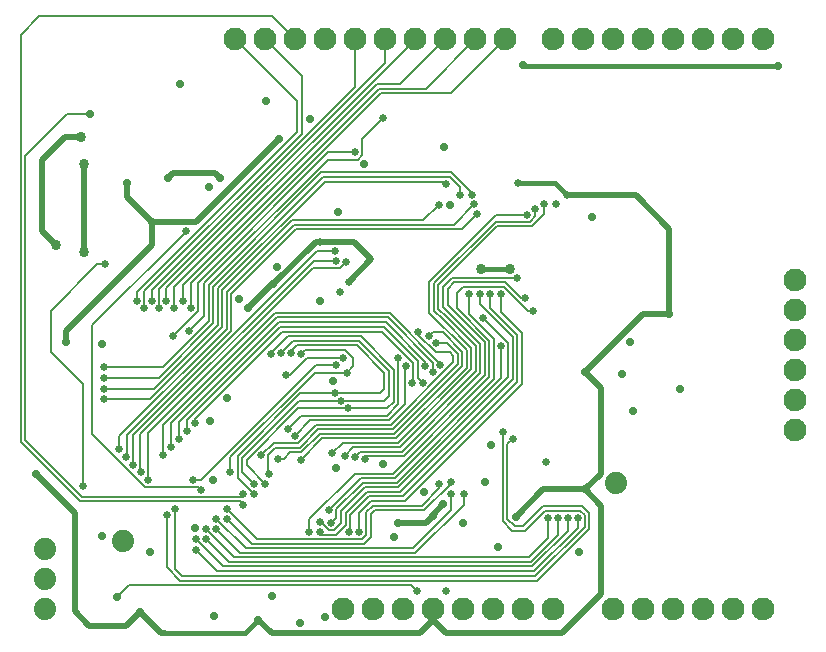
<source format=gbr>
%TF.GenerationSoftware,KiCad,Pcbnew,9.0.6*%
%TF.CreationDate,2025-12-24T16:29:09-05:00*%
%TF.ProjectId,BrainFuino,42726169-6e46-4756-996e-6f2e6b696361,rev?*%
%TF.SameCoordinates,Original*%
%TF.FileFunction,Copper,L2,Bot*%
%TF.FilePolarity,Positive*%
%FSLAX46Y46*%
G04 Gerber Fmt 4.6, Leading zero omitted, Abs format (unit mm)*
G04 Created by KiCad (PCBNEW 9.0.6) date 2025-12-24 16:29:09*
%MOMM*%
%LPD*%
G01*
G04 APERTURE LIST*
%TA.AperFunction,ComponentPad*%
%ADD10C,1.879600*%
%TD*%
%TA.AperFunction,ComponentPad*%
%ADD11C,1.930400*%
%TD*%
%TA.AperFunction,ViaPad*%
%ADD12C,0.736600*%
%TD*%
%TA.AperFunction,ViaPad*%
%ADD13C,0.660400*%
%TD*%
%TA.AperFunction,ViaPad*%
%ADD14C,0.863600*%
%TD*%
%TA.AperFunction,Conductor*%
%ADD15C,0.203200*%
%TD*%
%TA.AperFunction,Conductor*%
%ADD16C,0.533400*%
%TD*%
%TA.AperFunction,Conductor*%
%ADD17C,0.406400*%
%TD*%
%TA.AperFunction,Conductor*%
%ADD18C,0.279400*%
%TD*%
%TA.AperFunction,Conductor*%
%ADD19C,0.457200*%
%TD*%
%TA.AperFunction,Conductor*%
%ADD20C,0.177800*%
%TD*%
G04 APERTURE END LIST*
D10*
%TO.P,J2,1*%
%TO.N,3.3V*%
X116751100Y-129133600D03*
%TO.P,J2,2*%
%TO.N,BOOT0*%
X116751100Y-126593600D03*
%TO.P,J2,3*%
%TO.N,N/C*%
X116751100Y-124053600D03*
%TD*%
%TO.P,NRST0,1*%
%TO.N,N$23*%
X123329700Y-123317000D03*
%TD*%
D11*
%TO.P,B1,3.3V*%
%TO.N,3.3V*%
X149631093Y-129133600D03*
%TO.P,B1,5V*%
%TO.N,5V*%
X152171093Y-129133600D03*
%TO.P,B1,5V@1*%
X169951093Y-129133600D03*
%TO.P,B1,AIN*%
%TO.N,AIN0*%
X164871093Y-129133600D03*
%TO.P,B1,AREF*%
%TO.N,AIEN*%
X137947093Y-80873600D03*
%TO.P,B1,GND@1*%
%TO.N,GND*%
X154711093Y-129133600D03*
%TO.P,B1,GND@2*%
X157251093Y-129133600D03*
%TO.P,B1,GND@3*%
X140487093Y-80873600D03*
%TO.P,B1,GND@4*%
X180251099Y-113943612D03*
%TO.P,B1,IN0*%
%TO.N,IN0*%
X155727093Y-80873600D03*
%TO.P,B1,IN1*%
%TO.N,IN1*%
X153187093Y-80873600D03*
%TO.P,B1,IN2*%
%TO.N,IN2*%
X150647093Y-80873600D03*
%TO.P,B1,IN3*%
%TO.N,IN3*%
X148107093Y-80873600D03*
%TO.P,B1,IN4*%
%TO.N,IN4*%
X145567093Y-80873600D03*
%TO.P,B1,IN5*%
%TO.N,IN5*%
X143027093Y-80873600D03*
%TO.P,B1,IN6*%
%TO.N,IN6*%
X135407093Y-80873600D03*
%TO.P,B1,IN7*%
%TO.N,IN7*%
X132867093Y-80873600D03*
%TO.P,B1,INCOMING*%
%TO.N,INCMG*%
X172491093Y-129133600D03*
%TO.P,B1,INST*%
%TO.N,INSTRB*%
X175031093Y-129133600D03*
%TO.P,B1,IOREF*%
%TO.N,5V*%
X144551093Y-129133600D03*
%TO.P,B1,NC*%
%TO.N,N/C*%
X142011093Y-129133600D03*
%TO.P,B1,NC@1*%
X167411093Y-129133600D03*
%TO.P,B1,OUT0*%
%TO.N,N$34*%
X177571093Y-80873600D03*
%TO.P,B1,OUT1*%
%TO.N,N$49*%
X175031093Y-80873600D03*
%TO.P,B1,OUT2*%
%TO.N,N$50*%
X172491093Y-80873600D03*
%TO.P,B1,OUT3*%
%TO.N,N$51*%
X169951093Y-80873600D03*
%TO.P,B1,OUT4*%
%TO.N,N$52*%
X167411093Y-80873600D03*
%TO.P,B1,OUT5*%
%TO.N,N$53*%
X164871093Y-80873600D03*
%TO.P,B1,OUT6*%
%TO.N,N$55*%
X162331093Y-80873600D03*
%TO.P,B1,OUT7*%
%TO.N,N$56*%
X159791093Y-80873600D03*
%TO.P,B1,OUTST*%
%TO.N,OUTSTRB*%
X177571093Y-129133600D03*
%TO.P,B1,RESET@1*%
%TO.N,BRD_RST*%
X147091093Y-129133600D03*
%TO.P,B1,TCK*%
%TO.N,TCK*%
X180251099Y-103783613D03*
%TO.P,B1,TDI*%
%TO.N,TDI*%
X180251099Y-108863612D03*
%TO.P,B1,TDO*%
%TO.N,TDO*%
X180251099Y-111403612D03*
%TO.P,B1,TMS*%
%TO.N,TMS*%
X180251099Y-106323612D03*
%TO.P,B1,VCC*%
%TO.N,3.3V*%
X180251099Y-101243613D03*
%TO.P,B1,VIN*%
%TO.N,N$18*%
X159791093Y-129133600D03*
%TD*%
D10*
%TO.P,PL3C0,1*%
%TO.N,N$15*%
X165138100Y-118389400D03*
%TD*%
D12*
%TO.N,GND*%
X125691900Y-124307600D03*
X136410700Y-100101400D03*
D13*
X159219900Y-116619400D03*
D12*
X133184900Y-102844600D03*
X140068300Y-103026875D03*
X121602500Y-122885200D03*
X139179300Y-87630000D03*
X150558500Y-89941400D03*
X129451100Y-122250200D03*
D13*
X160007300Y-94767400D03*
D12*
X130771900Y-113157000D03*
X121602500Y-106629200D03*
D13*
X150710900Y-127558800D03*
D12*
X163106100Y-95910400D03*
X145376900Y-116840000D03*
X166510937Y-112328800D03*
X170501256Y-110493757D03*
X141592300Y-95504000D03*
X141389100Y-117119400D03*
X131102100Y-129717800D03*
X165578106Y-109181900D03*
X131025900Y-118186200D03*
X146342100Y-123037600D03*
X135445500Y-86106000D03*
X128181100Y-84683600D03*
D13*
X141774518Y-102255982D03*
D12*
X130619500Y-93345000D03*
X140449300Y-129768600D03*
X138366500Y-130302000D03*
X148856700Y-119227600D03*
X132168900Y-111226600D03*
X155155900Y-123875800D03*
X166331900Y-106502200D03*
X161963100Y-124307600D03*
X154042440Y-118359860D03*
X154495500Y-115201700D03*
X152184100Y-121843800D03*
X141185900Y-109778800D03*
X151066500Y-94919800D03*
X143802100Y-91414600D03*
X136004300Y-127965200D03*
D13*
%TO.N,D3*%
X138417300Y-116459000D03*
X157543500Y-95707200D03*
%TO.N,D4*%
X158254700Y-95250000D03*
X141084300Y-115900200D03*
%TO.N,D5*%
X142125700Y-116128800D03*
X158991300Y-94818200D03*
%TO.N,D6*%
X142969918Y-116255800D03*
X156757593Y-101066600D03*
%TO.N,D7*%
X143827500Y-116382800D03*
X157441900Y-102793800D03*
%TO.N,A10*%
X139153900Y-122580400D03*
X158060000Y-103894500D03*
D12*
%TO.N,3.3V*%
X150451206Y-120230900D03*
D14*
X153682481Y-100330219D03*
D12*
X136105900Y-101574600D03*
X136613106Y-89305607D03*
X149582515Y-121194185D03*
X162471100Y-118973600D03*
X118503700Y-106476800D03*
D13*
X140068300Y-97993200D03*
D12*
X123710700Y-93065600D03*
X134835900Y-130048000D03*
D13*
X142520012Y-101375875D03*
D12*
X133952556Y-103600944D03*
X115989100Y-117703600D03*
D13*
X156781500Y-93040200D03*
D12*
X162471100Y-109042200D03*
X169633900Y-104114600D03*
D13*
X160972500Y-94081600D03*
D12*
X125818900Y-96342200D03*
X146612578Y-121776522D03*
X156654500Y-121285000D03*
X124777500Y-129374900D03*
D14*
X156121100Y-100304600D03*
D12*
%TO.N,5V*%
X178828700Y-83083400D03*
X131584700Y-92608400D03*
X127165100Y-92608400D03*
D14*
X119799100Y-89128600D03*
D12*
X157264100Y-83032600D03*
D14*
X117665500Y-98272600D03*
D13*
%TO.N,D2*%
X152662225Y-102438200D03*
X140830300Y-120726200D03*
%TO.N,D1*%
X121772637Y-110439200D03*
X150749000Y-93116400D03*
%TO.N,D0*%
X150101300Y-94869000D03*
X121772637Y-111353600D03*
%TO.N,A0*%
X121772637Y-109524800D03*
X151879300Y-94005400D03*
%TO.N,A1*%
X121772637Y-108610400D03*
X152918040Y-94002741D03*
%TO.N,A2*%
X123063793Y-115583494D03*
X153111200Y-94819788D03*
%TO.N,A3*%
X153327100Y-95631000D03*
X123633612Y-116231194D03*
%TO.N,A4*%
X124218700Y-116865400D03*
X141312900Y-98806000D03*
%TO.N,A5*%
X124852581Y-117499282D03*
X141439900Y-99644200D03*
%TO.N,A6*%
X125463300Y-118134282D03*
X142278100Y-99695000D03*
%TO.N,A7*%
X135686715Y-117640016D03*
X149884756Y-106550100D03*
%TO.N,A11*%
X140004631Y-122580400D03*
X153555700Y-102463600D03*
%TO.N,A9*%
X154444700Y-102463600D03*
X142519231Y-122569194D03*
%TO.N,A8*%
X143357431Y-122593100D03*
X155333700Y-102463600D03*
%TO.N,A13*%
X140063831Y-121742200D03*
X153860500Y-104419400D03*
%TO.N,A14*%
X141008100Y-121793000D03*
X155384500Y-106807000D03*
%TO.N,A17*%
X137905646Y-114436366D03*
X147316546Y-108516554D03*
%TO.N,A16*%
X137312946Y-113843666D03*
X146687900Y-107883600D03*
%TO.N,A15*%
X149301200Y-105945675D03*
X136512300Y-116357400D03*
%TO.N,A12*%
X135058856Y-116097757D03*
X148377656Y-105601800D03*
%TO.N,OUT0*%
X141276112Y-110842663D03*
X137587606Y-107460482D03*
X134434268Y-119380000D03*
%TO.N,OUT1*%
X134454900Y-118491000D03*
X141846300Y-111464963D03*
X136740900Y-107460482D03*
%TO.N,OUT2*%
X135890200Y-107467400D03*
X142443200Y-112103650D03*
X135412168Y-118510707D03*
%TO.N,OUT3*%
X147840700Y-109931200D03*
X129425700Y-113385600D03*
%TO.N,OUT4*%
X128766887Y-114046000D03*
X148728581Y-109932319D03*
%TO.N,OUT5*%
X148956062Y-108485638D03*
X128104900Y-114706400D03*
%TO.N,OUT6*%
X149602643Y-109058257D03*
X127444500Y-115366800D03*
%TO.N,OUT7*%
X150223825Y-108437075D03*
X126784100Y-116027200D03*
%TO.N,IN7_BFUP*%
X132156200Y-120607782D03*
X150139400Y-118476638D03*
%TO.N,IN6_BFUP*%
X151130000Y-118376625D03*
X132156200Y-121473619D03*
%TO.N,IN5_BFUP*%
X131279900Y-121473619D03*
X151168100Y-119316425D03*
%TO.N,IN4_BFUP*%
X152196800Y-119380000D03*
X131279900Y-122342457D03*
%TO.N,IN3_BFUP*%
X130400243Y-122342457D03*
X159336443Y-121399300D03*
%TO.N,IN1_BFUP*%
X161012843Y-121373900D03*
X129513481Y-123204938D03*
%TO.N,IN0_BFUP*%
X129513481Y-124079000D03*
X161851043Y-121399300D03*
%TO.N,IN0*%
X129120900Y-103606600D03*
%TO.N,IN1*%
X128409700Y-102997000D03*
%TO.N,IN2*%
X127709612Y-103606600D03*
%TO.N,IN3*%
X127038100Y-102997000D03*
%TO.N,IN4*%
X126428500Y-103606600D03*
%TO.N,IN5*%
X125793500Y-102997000D03*
%TO.N,IN6*%
X125176237Y-103606600D03*
%TO.N,IN7*%
X124566637Y-102997000D03*
D12*
%TO.N,BRD_RST*%
X120561100Y-87223600D03*
D13*
X133565900Y-119380000D03*
%TO.N,OUTSTR_BFUP*%
X132448300Y-117475000D03*
X142324396Y-109088497D03*
X138442700Y-107467400D03*
%TO.N,BF_RST*%
X156349700Y-114681000D03*
X127063500Y-121107200D03*
%TO.N,BF_CLK*%
X127728200Y-120586500D03*
X155511500Y-114071400D03*
D12*
%TO.N,AIN0*%
X122897900Y-128066800D03*
D13*
X148247100Y-127558800D03*
%TO.N,INSTR_LVL*%
X128689100Y-97129600D03*
X129988937Y-118986300D03*
D14*
%TO.N,N$19*%
X120053100Y-91414600D03*
X120053100Y-98907600D03*
D13*
%TO.N,INSTR_BFUP*%
X141381490Y-108458841D03*
X129297112Y-118135400D03*
%TO.N,INCMG_BFUP*%
X137147300Y-109306638D03*
X141980234Y-107841466D03*
%TO.N,IN2_BFUP*%
X160174643Y-121399300D03*
X130400243Y-123204938D03*
%TO.N,OE*%
X128959878Y-105545716D03*
X145365787Y-87541100D03*
%TO.N,WE*%
X127618465Y-105990366D03*
X142989300Y-90431300D03*
%TO.N,AIEN*%
X133557968Y-120256300D03*
%TO.N,N$21*%
X119951500Y-118668800D03*
X121831100Y-99923600D03*
%TD*%
D15*
%TO.N,D3*%
X146509262Y-114630200D02*
X152484425Y-108655038D01*
X152484425Y-107164644D02*
X149313900Y-103994119D01*
X152484425Y-108655038D02*
X152484425Y-107164644D01*
X149313900Y-103994119D02*
X149313900Y-101371400D01*
X138417300Y-116459000D02*
X140246100Y-114630200D01*
X149313900Y-101371400D02*
X154978100Y-95707200D01*
X154978100Y-95707200D02*
X157543500Y-95707200D01*
X140246100Y-114630200D02*
X146509262Y-114630200D01*
%TO.N,D4*%
X154907318Y-96316800D02*
X157796006Y-96316800D01*
X157872206Y-96240600D02*
X157873700Y-96240600D01*
X149694900Y-103829782D02*
X149694900Y-101529219D01*
X158254700Y-95859600D02*
X158254700Y-95250000D01*
X141973300Y-115011200D02*
X146667081Y-115011200D01*
X146667081Y-115011200D02*
X152865425Y-108812857D01*
X149694900Y-101529219D02*
X154907318Y-96316800D01*
X141084300Y-115900200D02*
X141973300Y-115011200D01*
X152865425Y-108812857D02*
X152865425Y-107006825D01*
X157873700Y-96240600D02*
X158254700Y-95859600D01*
X157796006Y-96316800D02*
X157872206Y-96240600D01*
X150428243Y-104563125D02*
X149694900Y-103829782D01*
X152865425Y-107006825D02*
X150428243Y-104569644D01*
X150428243Y-104569644D02*
X150428243Y-104563125D01*
%TO.N,D5*%
X142125700Y-116128800D02*
X142862300Y-115392200D01*
X150075900Y-103671963D02*
X150075900Y-101687038D01*
X153246425Y-108970675D02*
X153246425Y-106849007D01*
X150809243Y-104405307D02*
X150075900Y-103671963D01*
X155065137Y-96697800D02*
X157955318Y-96697800D01*
X157955318Y-96697800D02*
X158991300Y-95661819D01*
X150809243Y-104411825D02*
X150809243Y-104405307D01*
X142862300Y-115392200D02*
X146824900Y-115392200D01*
X158991300Y-95661819D02*
X158991300Y-94818200D01*
X153246425Y-106849007D02*
X150809243Y-104411825D01*
X146824900Y-115392200D02*
X153246425Y-108970675D01*
X150075900Y-101687038D02*
X155065137Y-96697800D01*
%TO.N,D6*%
X150490428Y-103547672D02*
X150490428Y-101811329D01*
X146982718Y-115773200D02*
X153627425Y-109128494D01*
X151239728Y-101062029D02*
X156753021Y-101062029D01*
X150490428Y-101811329D02*
X151239728Y-101062029D01*
X156753021Y-101062029D02*
X156757593Y-101066600D01*
X143452518Y-115773200D02*
X146982718Y-115773200D01*
X153627425Y-109128494D02*
X153627425Y-106684669D01*
X153627425Y-106684669D02*
X150490428Y-103547672D01*
X142969918Y-116255800D02*
X143452518Y-115773200D01*
%TO.N,D7*%
X157089287Y-102793800D02*
X155741225Y-101445738D01*
X151394837Y-101445738D02*
X155741225Y-101445738D01*
X150871431Y-101969144D02*
X151394837Y-101445738D01*
X150871431Y-103389857D02*
X150871431Y-101969144D01*
X147140537Y-116154200D02*
X154008425Y-109286313D01*
X144056100Y-116154200D02*
X147140537Y-116154200D01*
X154008425Y-106526850D02*
X150871431Y-103389857D01*
X157441900Y-102793800D02*
X157089287Y-102793800D01*
X154008425Y-109286313D02*
X154008425Y-106526850D01*
X143827500Y-116382800D02*
X144056100Y-116154200D01*
%TO.N,A10*%
X154389425Y-109453075D02*
X146215100Y-117627400D01*
X146215100Y-117627400D02*
X143040100Y-117627400D01*
X151658831Y-102355563D02*
X152187656Y-101826738D01*
X154389425Y-109453075D02*
X154389425Y-106369032D01*
X158060000Y-103894500D02*
X157651168Y-103894500D01*
X152187656Y-101826738D02*
X155583406Y-101826738D01*
X151658831Y-103638438D02*
X151658831Y-102355563D01*
X154389425Y-106369032D02*
X151658831Y-103638438D01*
X139153900Y-121513600D02*
X139153900Y-122580400D01*
X157651168Y-103894500D02*
X155583406Y-101826738D01*
X143040100Y-117627400D02*
X139153900Y-121513600D01*
D16*
%TO.N,3.3V*%
X163868100Y-120370600D02*
X162471100Y-118973600D01*
X140068300Y-97993200D02*
X142887700Y-97993200D01*
X123647200Y-130505200D02*
X120510300Y-130505200D01*
X149000178Y-121776522D02*
X146612578Y-121776522D01*
D17*
X160972500Y-94081600D02*
X159931100Y-93040200D01*
D16*
X123647200Y-130505200D02*
X124777500Y-129374900D01*
X169633900Y-104114600D02*
X167398700Y-104114600D01*
X169633900Y-104114600D02*
X169633900Y-96926400D01*
X140068300Y-97993200D02*
X139687300Y-97993200D01*
D17*
X153682481Y-100330219D02*
X156095481Y-100330219D01*
D16*
X125818900Y-98247200D02*
X118503700Y-105562400D01*
D18*
X156095481Y-100330219D02*
X156121100Y-100304600D01*
D16*
X150736300Y-131140200D02*
X149631093Y-130034994D01*
X135978900Y-101574600D02*
X136105900Y-101574600D01*
X135940800Y-131152900D02*
X148501100Y-131152900D01*
X134835900Y-130048000D02*
X135940800Y-131152900D01*
X149582515Y-121194185D02*
X149582515Y-121099591D01*
X160540700Y-131140200D02*
X150736300Y-131140200D01*
X139687300Y-97993200D02*
X136105900Y-101574600D01*
X119291100Y-121005600D02*
X115989100Y-117703600D01*
X142520012Y-101375875D02*
X144395193Y-99500694D01*
X129576512Y-96342200D02*
X125818900Y-96342200D01*
X156654500Y-121285000D02*
X158965900Y-118973600D01*
X158965900Y-118973600D02*
X162471100Y-118973600D01*
X126555500Y-131152900D02*
X126911100Y-131152900D01*
X163817300Y-110388400D02*
X163817300Y-117627400D01*
X125818900Y-96342200D02*
X125818900Y-98247200D01*
X149631093Y-130022907D02*
X149631093Y-129133600D01*
X124777500Y-129374900D02*
X126555500Y-131152900D01*
X163868100Y-127812800D02*
X163868100Y-120370600D01*
X144395193Y-99500694D02*
X142887700Y-97993200D01*
X118503700Y-106476800D02*
X118503700Y-105562400D01*
X166789100Y-94081600D02*
X160972500Y-94081600D01*
X167398700Y-104114600D02*
X162471100Y-109042200D01*
X149582515Y-121194185D02*
X149000178Y-121776522D01*
X169633900Y-96926400D02*
X166789100Y-94081600D01*
X120510300Y-130505200D02*
X119291100Y-129286000D01*
X163817300Y-117627400D02*
X162471100Y-118973600D01*
X125818900Y-96342200D02*
X123710700Y-94234000D01*
X162471100Y-109042200D02*
X163817300Y-110388400D01*
X136613106Y-89305607D02*
X129576512Y-96342200D01*
D19*
X133731000Y-131152900D02*
X134835900Y-130048000D01*
D17*
X159931100Y-93040200D02*
X156781500Y-93040200D01*
D16*
X150451206Y-120230900D02*
X149582515Y-121099591D01*
X133952556Y-103600944D02*
X135978900Y-101574600D01*
X119291100Y-129286000D02*
X119291100Y-121005600D01*
X148501100Y-131152900D02*
X149631093Y-130022907D01*
D19*
X126911100Y-131152900D02*
X133731000Y-131152900D01*
D16*
X163868100Y-127812800D02*
X160540700Y-131140200D01*
X123710700Y-94234000D02*
X123710700Y-93065600D01*
X149631093Y-130034994D02*
X149631093Y-129133600D01*
%TO.N,5V*%
X119799100Y-89128600D02*
X119774600Y-89153100D01*
X118438537Y-89153100D02*
X116522500Y-91069138D01*
X116522500Y-91069138D02*
X116522500Y-97129600D01*
X131584700Y-92608400D02*
X131152900Y-92176600D01*
X116522500Y-97129600D02*
X117665500Y-98272600D01*
X131152900Y-92176600D02*
X127596900Y-92176600D01*
X119774600Y-89153100D02*
X118438537Y-89153100D01*
D17*
X178828700Y-83083400D02*
X157314900Y-83083400D01*
D16*
X127596900Y-92176600D02*
X127165100Y-92608400D01*
D17*
X157264100Y-83032600D02*
X157314900Y-83083400D01*
D15*
%TO.N,D2*%
X143548100Y-118008400D02*
X146372918Y-118008400D01*
X154770425Y-106197400D02*
X154770425Y-109610894D01*
X146372918Y-118008400D02*
X154770425Y-109610894D01*
X140830300Y-120726200D02*
X143548100Y-118008400D01*
X152662225Y-102438200D02*
X152662225Y-104089200D01*
X154770425Y-106197400D02*
X152662225Y-104089200D01*
%TO.N,D1*%
X150749000Y-93116400D02*
X150749000Y-93078300D01*
X150749000Y-93078300D02*
X150582037Y-92911338D01*
X131381500Y-105063838D02*
X131381500Y-101957294D01*
X126006137Y-110439200D02*
X131381500Y-105063838D01*
X131381500Y-101957294D02*
X140427456Y-92911338D01*
X140427456Y-92911338D02*
X150582037Y-92911338D01*
X121772637Y-110439200D02*
X126006137Y-110439200D01*
%TO.N,D0*%
X121772637Y-111353600D02*
X125630556Y-111353600D01*
X131762500Y-102115113D02*
X137713212Y-96164400D01*
X137713212Y-96164400D02*
X148805900Y-96164400D01*
X125630556Y-111353600D02*
X131762500Y-105221657D01*
X131762500Y-105221657D02*
X131762500Y-102115113D01*
X148805900Y-96164400D02*
X150101300Y-94869000D01*
%TO.N,A0*%
X151013837Y-92504938D02*
X151879300Y-93370400D01*
X126381718Y-109524800D02*
X131000500Y-104906019D01*
X131000500Y-104906019D02*
X131000500Y-101799475D01*
X121772637Y-109524800D02*
X126381718Y-109524800D01*
X131000500Y-101799475D02*
X140295037Y-92504938D01*
X140295037Y-92504938D02*
X151013837Y-92504938D01*
X151879300Y-93370400D02*
X151879300Y-94005400D01*
%TO.N,A1*%
X140165328Y-92095829D02*
X151163528Y-92095829D01*
X152918040Y-93850341D02*
X152918040Y-94002741D01*
X151163528Y-92095829D02*
X152918040Y-93850341D01*
X130619500Y-104748200D02*
X130619500Y-101641657D01*
X130619500Y-101641657D02*
X140165328Y-92095829D01*
X126757300Y-108610400D02*
X130619500Y-104748200D01*
X121772637Y-108610400D02*
X126757300Y-108610400D01*
%TO.N,A2*%
X123063793Y-114459182D02*
X123063793Y-115583494D01*
X132143500Y-105379475D02*
X132143500Y-102272932D01*
X132143500Y-102272932D02*
X137871031Y-96545400D01*
X151385587Y-96545400D02*
X153111200Y-94819788D01*
X137871031Y-96545400D02*
X151385587Y-96545400D01*
X123063793Y-114459182D02*
X132143500Y-105379475D01*
%TO.N,A3*%
X123673393Y-116191600D02*
X123673393Y-114388400D01*
X152031700Y-96926400D02*
X153327100Y-95631000D01*
X123673393Y-114388400D02*
X132524500Y-105537294D01*
X138028850Y-96926400D02*
X152031700Y-96926400D01*
X132524500Y-102430750D02*
X138028850Y-96926400D01*
X132524500Y-105537294D02*
X132524500Y-102430750D01*
X123673393Y-116191600D02*
X123633800Y-116231194D01*
X123633612Y-116231194D02*
X123633800Y-116231194D01*
%TO.N,A4*%
X124244100Y-114356513D02*
X139794612Y-98806000D01*
X124218700Y-116865400D02*
X124244100Y-116840000D01*
X141312900Y-98806000D02*
X139794612Y-98806000D01*
X124244100Y-114356513D02*
X124244100Y-116840000D01*
%TO.N,A5*%
X124852581Y-117499282D02*
X124841793Y-117488494D01*
X124841793Y-114297638D02*
X124841793Y-117488494D01*
X124841793Y-114297638D02*
X139495231Y-99644200D01*
X141439900Y-99644200D02*
X139495231Y-99644200D01*
%TO.N,A6*%
X142278100Y-99695000D02*
X141719300Y-100253800D01*
X125476793Y-114201457D02*
X125476793Y-118120788D01*
X125463300Y-118134282D02*
X125476793Y-118120788D01*
X139424450Y-100253800D02*
X141719300Y-100253800D01*
X139424450Y-100253800D02*
X125476793Y-114201457D01*
%TO.N,A7*%
X135686715Y-117640016D02*
X135674100Y-117627400D01*
X150773756Y-106550100D02*
X149884756Y-106550100D01*
X146193625Y-113868200D02*
X151722425Y-108339400D01*
X151722425Y-108339400D02*
X151722425Y-107498769D01*
X135674100Y-116021332D02*
X136268468Y-115426963D01*
X139874737Y-113868200D02*
X146193625Y-113868200D01*
X138315975Y-115426963D02*
X139874737Y-113868200D01*
X136268468Y-115426963D02*
X138315975Y-115426963D01*
X151722425Y-107498769D02*
X150773756Y-106550100D01*
X135674100Y-116021332D02*
X135674100Y-117627400D01*
%TO.N,A11*%
X146846375Y-119151400D02*
X156375100Y-109622675D01*
X140157031Y-122809000D02*
X140004631Y-122656600D01*
X142222831Y-121979194D02*
X142222831Y-120960219D01*
X141410031Y-122809000D02*
X140157031Y-122809000D01*
X141793265Y-122425766D02*
X141793265Y-122408760D01*
X141793265Y-122425766D02*
X141410031Y-122809000D01*
X140004631Y-122580400D02*
X140004631Y-122656600D01*
X144031650Y-119151400D02*
X146846375Y-119151400D01*
X142222831Y-120960219D02*
X144031650Y-119151400D01*
X153555700Y-103251000D02*
X153555700Y-102463600D01*
X141793265Y-122408760D02*
X142222831Y-121979194D01*
X156375100Y-106070400D02*
X156375100Y-109622675D01*
X156375100Y-106070400D02*
X153555700Y-103251000D01*
%TO.N,A9*%
X156756100Y-105892600D02*
X154444700Y-103581200D01*
X156756100Y-105892600D02*
X156756100Y-109856694D01*
X154444700Y-103581200D02*
X154444700Y-102463600D01*
X142620831Y-121121394D02*
X142620831Y-122467594D01*
X147066200Y-119546594D02*
X144195631Y-119546594D01*
X144195631Y-119546594D02*
X142620831Y-121121394D01*
X142519231Y-122569194D02*
X142620831Y-122467594D01*
X147066200Y-119546594D02*
X156756100Y-109856694D01*
%TO.N,A8*%
X147216812Y-119951500D02*
X157137100Y-110031213D01*
X155333700Y-103911400D02*
X155333700Y-102463600D01*
X143357431Y-122593100D02*
X143357431Y-120942100D01*
X157137100Y-105714800D02*
X155333700Y-103911400D01*
X144348031Y-119951500D02*
X143357431Y-120942100D01*
X157137100Y-105714800D02*
X157137100Y-110031213D01*
X147216812Y-119951500D02*
X144348031Y-119951500D01*
%TO.N,A13*%
X155994100Y-106553000D02*
X155994100Y-109464857D01*
X140095193Y-121742200D02*
X140780993Y-122428000D01*
X141235206Y-122428000D02*
X141841831Y-121821375D01*
X146688556Y-118770400D02*
X143873831Y-118770400D01*
X155994100Y-109464857D02*
X146688556Y-118770400D01*
X155994100Y-106553000D02*
X153860500Y-104419400D01*
X143873831Y-118770400D02*
X141841831Y-120802400D01*
X141841831Y-121821375D02*
X141841831Y-120802400D01*
X140780993Y-122428000D02*
X141235206Y-122428000D01*
X140063831Y-121742200D02*
X140095193Y-121742200D01*
%TO.N,A14*%
X155384500Y-106807000D02*
X155384500Y-109535638D01*
X143705918Y-118389400D02*
X141439900Y-120655419D01*
X141008100Y-121793000D02*
X141439900Y-121361200D01*
X146530737Y-118389400D02*
X143705918Y-118389400D01*
X146530737Y-118389400D02*
X155384500Y-109535638D01*
X141439900Y-120655419D02*
X141439900Y-121361200D01*
%TO.N,A17*%
X137905646Y-114436366D02*
X139235812Y-113106200D01*
X139235812Y-113106200D02*
X145854400Y-113106200D01*
X145854400Y-113106200D02*
X147221300Y-111739300D01*
X147221300Y-108611800D02*
X147221300Y-111739300D01*
D20*
X147316546Y-108516554D02*
X147221300Y-108611800D01*
D15*
%TO.N,A16*%
X146687900Y-107883600D02*
X146687900Y-111719000D01*
X137312946Y-113843666D02*
X138431412Y-112725200D01*
X145681700Y-112725200D02*
X146687900Y-111719000D01*
X138431412Y-112725200D02*
X145681700Y-112725200D01*
%TO.N,A15*%
X149580600Y-105666275D02*
X150418800Y-105666275D01*
X138457756Y-115824000D02*
X137502900Y-115824000D01*
X149580600Y-105666275D02*
X149301200Y-105945675D01*
X152103425Y-107322463D02*
X150447237Y-105666275D01*
X137502900Y-115824000D02*
X136969500Y-116357400D01*
X146351443Y-114249200D02*
X152103425Y-108497219D01*
X140032556Y-114249200D02*
X146351443Y-114249200D01*
X136512300Y-116357400D02*
X136969500Y-116357400D01*
X152103425Y-108497219D02*
X152103425Y-107322463D01*
D20*
X150447237Y-105666275D02*
X150418800Y-105666275D01*
D15*
X138457756Y-115824000D02*
X140032556Y-114249200D01*
%TO.N,A12*%
X138158156Y-115045963D02*
X139716918Y-113487200D01*
X151341425Y-108181582D02*
X151341425Y-107676569D01*
X146035806Y-113487200D02*
X151341425Y-108181582D01*
X148377656Y-105906600D02*
X148377656Y-105601800D01*
X135058856Y-116097757D02*
X136110650Y-115045963D01*
X151019256Y-107354400D02*
X149825456Y-107354400D01*
X151341425Y-107676569D02*
X151019256Y-107354400D01*
X149825456Y-107354400D02*
X148377656Y-105906600D01*
X139716918Y-113487200D02*
X146035806Y-113487200D01*
X136110650Y-115045963D02*
X138158156Y-115045963D01*
%TO.N,OUT0*%
X141276112Y-110842663D02*
X145111512Y-110842663D01*
X138095606Y-106774682D02*
X137587606Y-107282682D01*
X143158693Y-106774682D02*
X138095606Y-106774682D01*
X138374206Y-110842663D02*
X133062668Y-116154200D01*
X145499400Y-109115388D02*
X145499400Y-110454775D01*
X141276112Y-110842663D02*
X138374206Y-110842663D01*
X145499400Y-110454775D02*
X145111512Y-110842663D01*
X137587606Y-107282682D02*
X137587606Y-107460482D01*
X133062668Y-116154200D02*
X133062668Y-117983000D01*
X143158693Y-106774682D02*
X145499400Y-109115388D01*
X134434268Y-119380000D02*
X134434268Y-119354600D01*
X134434268Y-119354600D02*
X133062668Y-117983000D01*
%TO.N,OUT1*%
X134454900Y-118491000D02*
X133464300Y-117500400D01*
X145503900Y-111464963D02*
X141846300Y-111464963D01*
X143316512Y-106393682D02*
X145898912Y-108976082D01*
X141846300Y-111464963D02*
X138290725Y-111464963D01*
X137766900Y-106393682D02*
X136740900Y-107419682D01*
X137766900Y-106393682D02*
X143316512Y-106393682D01*
X133464300Y-116291388D02*
X133464300Y-117500400D01*
X145898912Y-111069950D02*
X145503900Y-111464963D01*
X138290725Y-111464963D02*
X133464300Y-116291388D01*
X145898912Y-108976082D02*
X145898912Y-111069950D01*
X136740900Y-107460482D02*
X136740900Y-107419682D01*
%TO.N,OUT2*%
X135890200Y-107467400D02*
X135890200Y-107423675D01*
X146291300Y-108829650D02*
X146291300Y-111557550D01*
X146291300Y-111557550D02*
X145745200Y-112103650D01*
X142417800Y-112078250D02*
X138216256Y-112078250D01*
X137301193Y-106012682D02*
X143474331Y-106012682D01*
X138216256Y-112078250D02*
X133845300Y-116449207D01*
X137301193Y-106012682D02*
X135890200Y-107423675D01*
X142443200Y-112103650D02*
X145745200Y-112103650D01*
X142443200Y-112103650D02*
X142417800Y-112078250D01*
X143474331Y-106012682D02*
X146291300Y-108829650D01*
X133845300Y-116943838D02*
X133845300Y-116449207D01*
X135412168Y-118510707D02*
X133845300Y-116943838D01*
%TO.N,OUT3*%
X129425700Y-113030000D02*
X129425700Y-113385600D01*
X145300700Y-105613200D02*
X147926150Y-108238650D01*
X147926150Y-108238650D02*
X147926150Y-109845750D01*
X136842500Y-105613200D02*
X145300700Y-105613200D01*
X147840700Y-109931200D02*
X147926150Y-109845750D01*
X136842500Y-105613200D02*
X129425700Y-113030000D01*
%TO.N,OUT4*%
X128766887Y-113128425D02*
X128766887Y-114046000D01*
X136675812Y-105219500D02*
X128766887Y-113128425D01*
X148322181Y-108078119D02*
X145463562Y-105219500D01*
X148322181Y-108078119D02*
X148322181Y-109525919D01*
X148728581Y-109932319D02*
X148322181Y-109525919D01*
X145463562Y-105219500D02*
X136675812Y-105219500D01*
%TO.N,OUT5*%
X128104900Y-113251594D02*
X128104900Y-114706400D01*
X148956062Y-108155438D02*
X148956062Y-108485638D01*
X148956062Y-108155438D02*
X145614843Y-104814219D01*
X145614843Y-104814219D02*
X136542275Y-104814219D01*
X136542275Y-104814219D02*
X128104900Y-113251594D01*
%TO.N,OUT6*%
X149602643Y-108245457D02*
X145767243Y-104410057D01*
X145767243Y-104410057D02*
X136407618Y-104410057D01*
X149602643Y-109058257D02*
X149602643Y-108245457D01*
X127444500Y-113373175D02*
X127444500Y-115366800D01*
X136407618Y-104410057D02*
X127444500Y-113373175D01*
%TO.N,OUT7*%
X150223825Y-108437075D02*
X150223825Y-108310075D01*
X145931225Y-104017475D02*
X136248406Y-104017475D01*
X126784100Y-116027200D02*
X126789578Y-116021722D01*
X136248406Y-104017475D02*
X126789578Y-113476304D01*
X126789578Y-113476304D02*
X126789578Y-116021722D01*
X150223825Y-108310075D02*
X145931225Y-104017475D01*
%TO.N,IN7_BFUP*%
X143967200Y-122845438D02*
X143609937Y-123202700D01*
X150139400Y-118883038D02*
X148677237Y-120345200D01*
X132156200Y-120607782D02*
X134751118Y-123202700D01*
X150139400Y-118883038D02*
X150139400Y-118476638D01*
X134751118Y-123202700D02*
X143609937Y-123202700D01*
X148677237Y-120345200D02*
X144513300Y-120345200D01*
X143967200Y-122845438D02*
X143967200Y-120891300D01*
X144513300Y-120345200D02*
X143967200Y-120891300D01*
%TO.N,IN6_BFUP*%
X144671118Y-120726200D02*
X148882025Y-120726200D01*
X144360900Y-123012125D02*
X144360900Y-121036419D01*
X148882025Y-120726200D02*
X151130000Y-118478225D01*
X132156200Y-121473619D02*
X134266281Y-123583700D01*
X151130000Y-118478225D02*
X151130000Y-118376625D01*
X143789325Y-123583700D02*
X144360900Y-123012125D01*
X134266281Y-123583700D02*
X143789325Y-123583700D01*
X144360900Y-121036419D02*
X144671118Y-120726200D01*
%TO.N,IN5_BFUP*%
X133770981Y-123964700D02*
X147955000Y-123964700D01*
X151168100Y-120751600D02*
X151168100Y-119316425D01*
X147955000Y-123964700D02*
X151168100Y-120751600D01*
X131279900Y-121473619D02*
X133770981Y-123964700D01*
%TO.N,IN4_BFUP*%
X131279900Y-122342457D02*
X133283143Y-124345700D01*
X148112818Y-124345700D02*
X152196800Y-120261719D01*
X133283143Y-124345700D02*
X148112818Y-124345700D01*
X152196800Y-120261719D02*
X152196800Y-119380000D01*
%TO.N,IN3_BFUP*%
X159336443Y-121399300D02*
X159336443Y-123108000D01*
X157717743Y-124726700D02*
X132784487Y-124726700D01*
X159336443Y-123108000D02*
X157717743Y-124726700D01*
X132784487Y-124726700D02*
X130400243Y-122342457D01*
%TO.N,IN1_BFUP*%
X131797243Y-125488700D02*
X129513481Y-123204938D01*
X161012843Y-122509238D02*
X158033381Y-125488700D01*
X161012843Y-121373900D02*
X161012843Y-122509238D01*
X158033381Y-125488700D02*
X131797243Y-125488700D01*
%TO.N,IN0_BFUP*%
X161851043Y-121399300D02*
X161851043Y-122209857D01*
X131304181Y-125869700D02*
X129513481Y-124079000D01*
X158191200Y-125869700D02*
X131304181Y-125869700D01*
X161851043Y-122209857D02*
X158191200Y-125869700D01*
%TO.N,IN0*%
X151155093Y-85445600D02*
X145199100Y-85445600D01*
X145199100Y-85445600D02*
X129120900Y-101523800D01*
X155727093Y-80873600D02*
X151155093Y-85445600D01*
X129120900Y-101523800D02*
X129120900Y-103606600D01*
%TO.N,IN1*%
X148996093Y-85064600D02*
X153187093Y-80873600D01*
X128409700Y-102997000D02*
X128409700Y-101657913D01*
X128409700Y-101657913D02*
X145003012Y-85064600D01*
X145003012Y-85064600D02*
X148996093Y-85064600D01*
%TO.N,IN2*%
X146837093Y-84683600D02*
X150647093Y-80873600D01*
X127709612Y-101819182D02*
X144845193Y-84683600D01*
X144845193Y-84683600D02*
X146837093Y-84683600D01*
X127709612Y-103606600D02*
X127709612Y-101819182D01*
%TO.N,IN3*%
X127038100Y-101951875D02*
X148107093Y-80882882D01*
X148107093Y-80882882D02*
X148107093Y-80873600D01*
X127038100Y-102997000D02*
X127038100Y-101951875D01*
%TO.N,IN4*%
X126428500Y-102022657D02*
X145567093Y-82884063D01*
X126428500Y-103606600D02*
X126428500Y-102022657D01*
X145567093Y-82884063D02*
X145567093Y-80873600D01*
%TO.N,IN5*%
X125793500Y-102118838D02*
X143027093Y-84885244D01*
X125793500Y-102997000D02*
X125793500Y-102118838D01*
X143027093Y-84885244D02*
X143027093Y-80873600D01*
%TO.N,IN6*%
X125176237Y-103606600D02*
X125176237Y-102197282D01*
X125176237Y-102197282D02*
X138480493Y-88893025D01*
X138480493Y-83947000D02*
X135407093Y-80873600D01*
X138480493Y-83947000D02*
X138480493Y-88893025D01*
%TO.N,IN7*%
X124566637Y-102997000D02*
X124566637Y-102268063D01*
X124566637Y-102268063D02*
X138099493Y-88735207D01*
X138099493Y-86106000D02*
X132867093Y-80873600D01*
X138099493Y-86106000D02*
X138099493Y-88735207D01*
%TO.N,BRD_RST*%
X115100100Y-90728800D02*
X115100100Y-114782600D01*
X118605300Y-87223600D02*
X115100100Y-90728800D01*
X133350000Y-119595900D02*
X119913400Y-119595900D01*
X120561100Y-87223600D02*
X118605300Y-87223600D01*
X115100100Y-114782600D02*
X119913400Y-119595900D01*
X133565900Y-119380000D02*
X133350000Y-119595900D01*
%TO.N,OUTSTR_BFUP*%
X139581196Y-109088497D02*
X132422900Y-116246794D01*
X142169581Y-107155682D02*
X138754418Y-107155682D01*
X138754418Y-107155682D02*
X138442700Y-107467400D01*
X132422900Y-116246794D02*
X132422900Y-117500400D01*
X132448300Y-117475000D02*
X132422900Y-117500400D01*
X142324396Y-109088497D02*
X142862300Y-108550594D01*
X142862300Y-107848400D02*
X142169581Y-107155682D01*
X142324396Y-109088497D02*
X139581196Y-109088497D01*
X142862300Y-108550594D02*
X142862300Y-107848400D01*
%TO.N,BF_RST*%
X127063500Y-121107200D02*
X127063500Y-125552200D01*
X155892500Y-121438988D02*
X155892500Y-115138200D01*
X157258681Y-122072400D02*
X156525912Y-122072400D01*
X158443337Y-126695200D02*
X162841643Y-122296894D01*
X156525912Y-122072400D02*
X155892500Y-121438988D01*
X127063500Y-125552200D02*
X128206500Y-126695200D01*
X162235968Y-120383300D02*
X158947781Y-120383300D01*
X158947781Y-120383300D02*
X157258681Y-122072400D01*
X155892500Y-115138200D02*
X156349700Y-114681000D01*
X162841643Y-122296894D02*
X162841643Y-120988975D01*
X162841643Y-120988975D02*
X162235968Y-120383300D01*
X128206500Y-126695200D02*
X158443337Y-126695200D01*
%TO.N,BF_CLK*%
X155511500Y-121666000D02*
X155511500Y-114071400D01*
X157416500Y-122453400D02*
X156298900Y-122453400D01*
X127728200Y-125678082D02*
X128364318Y-126314200D01*
X162078150Y-120764300D02*
X159105600Y-120764300D01*
X162460643Y-121146794D02*
X162078150Y-120764300D01*
X162460643Y-122139075D02*
X162460643Y-121146794D01*
X156298900Y-122453400D02*
X155511500Y-121666000D01*
X128364318Y-126314200D02*
X158285518Y-126314200D01*
X127728200Y-120586500D02*
X127728200Y-125678082D01*
X159105600Y-120764300D02*
X157416500Y-122453400D01*
X158285518Y-126314200D02*
X162460643Y-122139075D01*
%TO.N,AIN0*%
X147764500Y-127076200D02*
X123888500Y-127076200D01*
X148247100Y-127558800D02*
X147764500Y-127076200D01*
X123888500Y-127076200D02*
X122897900Y-128066800D01*
%TO.N,INSTR_LVL*%
X125211912Y-118745000D02*
X120764300Y-114297388D01*
X128689100Y-97129600D02*
X128689100Y-97155000D01*
X129988937Y-118986300D02*
X129747637Y-118745000D01*
X129747637Y-118745000D02*
X125211912Y-118745000D01*
X128689100Y-97155000D02*
X120764300Y-105079800D01*
X120764300Y-114297388D02*
X120764300Y-105079800D01*
D16*
%TO.N,N$19*%
X120053100Y-91414600D02*
X120053100Y-98907600D01*
D15*
%TO.N,INSTR_BFUP*%
X129297112Y-118135400D02*
X129977731Y-118135400D01*
X141381490Y-108458841D02*
X141356090Y-108433441D01*
X141356090Y-108433441D02*
X139679690Y-108433441D01*
X139679690Y-108433441D02*
X129977731Y-118135400D01*
%TO.N,INCMG_BFUP*%
X141980234Y-107841466D02*
X138942671Y-107841466D01*
X138942671Y-107841466D02*
X137477500Y-109306638D01*
X137477500Y-109306638D02*
X137147300Y-109306638D01*
%TO.N,IN2_BFUP*%
X157875562Y-125107700D02*
X132303006Y-125107700D01*
X132303006Y-125107700D02*
X130400243Y-123204938D01*
X160174643Y-122808619D02*
X157875562Y-125107700D01*
X160174643Y-121399300D02*
X160174643Y-122808619D01*
%TO.N,OE*%
X145365787Y-87541100D02*
X143598900Y-89307988D01*
X143241806Y-91040900D02*
X140681437Y-91040900D01*
X130238500Y-101483838D02*
X130238500Y-104267094D01*
X143598900Y-90683807D02*
X143241806Y-91040900D01*
X140681437Y-91040900D02*
X130238500Y-101483838D01*
X130238500Y-104267094D02*
X128959878Y-105545716D01*
X143598900Y-89307988D02*
X143598900Y-90683807D01*
%TO.N,WE*%
X127618465Y-105971141D02*
X127618465Y-105990366D01*
X129730500Y-103859107D02*
X127618465Y-105971141D01*
X140752218Y-90431300D02*
X129730500Y-101453019D01*
X129730500Y-101453019D02*
X129730500Y-103859107D01*
X142989300Y-90431300D02*
X140752218Y-90431300D01*
%TO.N,AIEN*%
X114719100Y-114940419D02*
X114719100Y-80467200D01*
X133557968Y-120256300D02*
X133278568Y-119976900D01*
X116293900Y-78892400D02*
X135965893Y-78892400D01*
X114719100Y-80467200D02*
X116293900Y-78892400D01*
X119755581Y-119976900D02*
X114719100Y-114940419D01*
X135965893Y-78892400D02*
X137947093Y-80873600D01*
X133278568Y-119976900D02*
X119755581Y-119976900D01*
%TO.N,N$21*%
X119951500Y-110032800D02*
X117259100Y-107340400D01*
X119951500Y-118668800D02*
X119951500Y-110032800D01*
X117259100Y-107340400D02*
X117259100Y-103860600D01*
X117259100Y-103860600D02*
X121196100Y-99923600D01*
X121196100Y-99923600D02*
X121831100Y-99923600D01*
%TD*%
M02*

</source>
